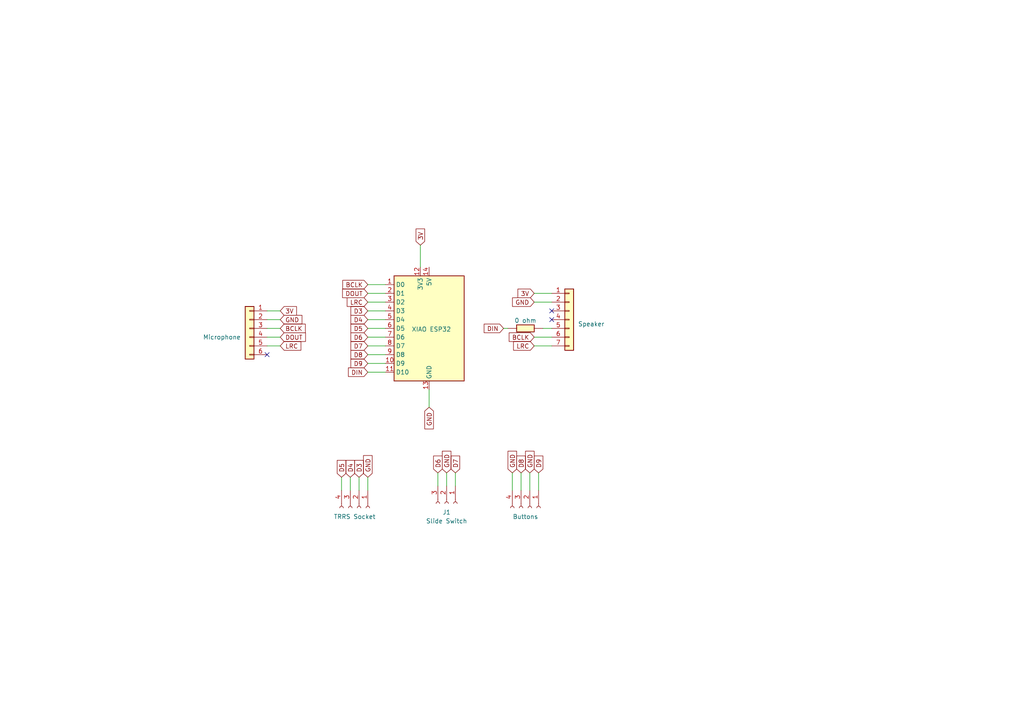
<source format=kicad_sch>
(kicad_sch (version 20250114) (generator "eeschema") (generator_version "9.0")
  (paper "A4")
  (lib_symbols
    (symbol "Connector:Conn_01x03_Socket" (pin_names (offset 1.016) (hide yes))
      (property "Reference" "J" (at 0 5.08 0))
      (property "Value" "Conn_01x03_Socket" (at 0 -5.08 0))
      (symbol "Conn_01x03_Socket_1_1"
        (polyline (pts (xy -1.27 2.54) (xy -0.508 2.54)) (stroke (width 0.1524)))
        (polyline (pts (xy -1.27 0) (xy -0.508 0)) (stroke (width 0.1524)))
        (polyline (pts (xy -1.27 -2.54) (xy -0.508 -2.54)) (stroke (width 0.1524)))
        (arc (start 0 2.032) (mid -0.5058 2.54) (end 0 3.048) (stroke (width 0.1524)))
        (arc (start 0 -0.508) (mid -0.5058 0) (end 0 0.508) (stroke (width 0.1524)))
        (arc (start 0 -3.048) (mid -0.5058 -2.54) (end 0 -2.032) (stroke (width 0.1524)))
        (pin passive line (at -5.08 2.54 0) (length 3.81) (name "Pin_1") (number "1"))
        (pin passive line (at -5.08 0 0) (length 3.81) (name "Pin_2") (number "2"))
        (pin passive line (at -5.08 -2.54 0) (length 3.81) (name "Pin_3") (number "3"))
      )
    )
    (symbol "Connector:Conn_01x04_Socket" (pin_names (offset 1.016) (hide yes))
      (property "Reference" "J" (at 0 5.08 0))
      (property "Value" "Conn_01x04_Socket" (at 0 -7.62 0))
      (symbol "Conn_01x04_Socket_1_1"
        (polyline (pts (xy -1.27 2.54) (xy -0.508 2.54)) (stroke (width 0.1524)))
        (polyline (pts (xy -1.27 0) (xy -0.508 0)) (stroke (width 0.1524)))
        (polyline (pts (xy -1.27 -2.54) (xy -0.508 -2.54)) (stroke (width 0.1524)))
        (polyline (pts (xy -1.27 -5.08) (xy -0.508 -5.08)) (stroke (width 0.1524)))
        (arc (start 0 2.032) (mid -0.5058 2.54) (end 0 3.048) (stroke (width 0.1524)))
        (arc (start 0 -0.508) (mid -0.5058 0) (end 0 0.508) (stroke (width 0.1524)))
        (arc (start 0 -3.048) (mid -0.5058 -2.54) (end 0 -2.032) (stroke (width 0.1524)))
        (arc (start 0 -5.588) (mid -0.5058 -5.08) (end 0 -4.572) (stroke (width 0.1524)))
        (pin passive line (at -5.08 2.54 0) (length 3.81) (name "Pin_1") (number "1"))
        (pin passive line (at -5.08 0 0) (length 3.81) (name "Pin_2") (number "2"))
        (pin passive line (at -5.08 -2.54 0) (length 3.81) (name "Pin_3") (number "3"))
        (pin passive line (at -5.08 -5.08 0) (length 3.81) (name "Pin_4") (number "4"))
      )
    )
    (symbol "Connector_Generic:Conn_01x06" (pin_names (offset 1.016) (hide yes))
      (property "Reference" "J" (at 0 7.62 0))
      (property "Value" "Conn_01x06" (at 0 -10.16 0))
      (symbol "Conn_01x06_1_1"
        (rectangle (start -1.27 6.35) (end 1.27 -8.89) (stroke (width 0.254)) (fill (type background)))
        (rectangle (start -1.27 5.207) (end 0 4.953) (stroke (width 0.1524)))
        (rectangle (start -1.27 2.667) (end 0 2.413) (stroke (width 0.1524)))
        (rectangle (start -1.27 0.127) (end 0 -0.127) (stroke (width 0.1524)))
        (rectangle (start -1.27 -2.413) (end 0 -2.667) (stroke (width 0.1524)))
        (rectangle (start -1.27 -4.953) (end 0 -5.207) (stroke (width 0.1524)))
        (rectangle (start -1.27 -7.493) (end 0 -7.747) (stroke (width 0.1524)))
        (pin passive line (at -5.08 5.08 0) (length 3.81) (name "Pin_1") (number "1"))
        (pin passive line (at -5.08 2.54 0) (length 3.81) (name "Pin_2") (number "2"))
        (pin passive line (at -5.08 0 0) (length 3.81) (name "Pin_3") (number "3"))
        (pin passive line (at -5.08 -2.54 0) (length 3.81) (name "Pin_4") (number "4"))
        (pin passive line (at -5.08 -5.08 0) (length 3.81) (name "Pin_5") (number "5"))
        (pin passive line (at -5.08 -7.62 0) (length 3.81) (name "Pin_6") (number "6"))
      )
    )
    (symbol "Connector_Generic:Conn_01x07" (pin_names (offset 1.016) (hide yes))
      (property "Reference" "J" (at 0 10.16 0))
      (property "Value" "Conn_01x07" (at 0 -10.16 0))
      (symbol "Conn_01x07_1_1"
        (rectangle (start -1.27 8.89) (end 1.27 -8.89) (stroke (width 0.254)) (fill (type background)))
        (rectangle (start -1.27 7.747) (end 0 7.493) (stroke (width 0.1524)))
        (rectangle (start -1.27 5.207) (end 0 4.953) (stroke (width 0.1524)))
        (rectangle (start -1.27 2.667) (end 0 2.413) (stroke (width 0.1524)))
        (rectangle (start -1.27 0.127) (end 0 -0.127) (stroke (width 0.1524)))
        (rectangle (start -1.27 -2.413) (end 0 -2.667) (stroke (width 0.1524)))
        (rectangle (start -1.27 -4.953) (end 0 -5.207) (stroke (width 0.1524)))
        (rectangle (start -1.27 -7.493) (end 0 -7.747) (stroke (width 0.1524)))
        (pin passive line (at -5.08 7.62 0) (length 3.81) (name "Pin_1") (number "1"))
        (pin passive line (at -5.08 5.08 0) (length 3.81) (name "Pin_2") (number "2"))
        (pin passive line (at -5.08 2.54 0) (length 3.81) (name "Pin_3") (number "3"))
        (pin passive line (at -5.08 0 0) (length 3.81) (name "Pin_4") (number "4"))
        (pin passive line (at -5.08 -2.54 0) (length 3.81) (name "Pin_5") (number "5"))
        (pin passive line (at -5.08 -5.08 0) (length 3.81) (name "Pin_6") (number "6"))
        (pin passive line (at -5.08 -7.62 0) (length 3.81) (name "Pin_7") (number "7"))
      )
    )
    (symbol "fab:Module_XIAO_Generic_SocketSMD"
      (property "Reference" "M" (at -10.16 16.51 0))
      (property "Value" "Module_XIAO_Generic_SocketSMD" (at 1.27 16.51 0))
      (symbol "Module_XIAO_Generic_SocketSMD_1_1"
        (rectangle (start -10.16 15.24) (end 10.16 -15.24) (stroke (width 0.254)) (fill (type background)))
        (pin bidirectional line (at -12.7 12.7 0) (length 2.54) (name "D0") (number "1"))
        (pin bidirectional line (at -12.7 10.16 0) (length 2.54) (name "D1") (number "2"))
        (pin bidirectional line (at -12.7 7.62 0) (length 2.54) (name "D2") (number "3"))
        (pin bidirectional line (at -12.7 5.08 0) (length 2.54) (name "D3") (number "4"))
        (pin bidirectional line (at -12.7 2.54 0) (length 2.54) (name "D4") (number "5"))
        (pin bidirectional line (at -12.7 0 0) (length 2.54) (name "D5") (number "6"))
        (pin bidirectional line (at -12.7 -2.54 0) (length 2.54) (name "D6") (number "7"))
        (pin bidirectional line (at -12.7 -5.08 0) (length 2.54) (name "D7") (number "8"))
        (pin bidirectional line (at -12.7 -7.62 0) (length 2.54) (name "D8") (number "9"))
        (pin bidirectional line (at -12.7 -10.16 0) (length 2.54) (name "D9") (number "10"))
        (pin bidirectional line (at -12.7 -12.7 0) (length 2.54) (name "D10") (number "11"))
        (pin power_in line (at -2.54 17.78 270) (length 2.54) (name "3V3") (number "12"))
        (pin power_in line (at 0 17.78 270) (length 2.54) (name "5V") (number "14"))
        (pin power_in line (at 0 -17.78 90) (length 2.54) (name "GND") (number "13"))
      )
    )
    (symbol "fab:R_1206" (pin_numbers (hide yes)) (pin_names (offset 0))
      (property "Reference" "R" (at 2.54 0 90))
      (property "Value" "R_1206" (at -2.54 0 90))
      (symbol "R_1206_0_1"
        (rectangle (start -1.016 -2.54) (end 1.016 2.54) (stroke (width 0.254)) (fill (type background)))
      )
      (symbol "R_1206_1_1"
        (pin passive line (at 0 5.08 270) (length 2.54) (name "~") (number "1"))
        (pin passive line (at 0 -5.08 90) (length 2.54) (name "~") (number "2"))
      )
    )
  )
  (no_connect (at 160.02 90.17))
  (no_connect (at 160.02 92.71))
  (no_connect (at 77.47 102.87))
  (wire (pts (xy 77.47 95.25) (xy 81.28 95.25)))
  (wire (pts (xy 77.47 100.33) (xy 81.28 100.33)))
  (wire (pts (xy 101.6 138.43) (xy 101.6 142.24)))
  (wire (pts (xy 104.14 138.43) (xy 104.14 142.24)))
  (wire (pts (xy 132.08 137.16) (xy 132.08 140.97)))
  (wire (pts (xy 124.46 113.03) (xy 124.46 118.11)))
  (wire (pts (xy 106.68 105.41) (xy 111.76 105.41)))
  (wire (pts (xy 106.68 102.87) (xy 111.76 102.87)))
  (wire (pts (xy 129.54 137.16) (xy 129.54 140.97)))
  (wire (pts (xy 106.68 95.25) (xy 111.76 95.25)))
  (wire (pts (xy 146.05 95.25) (xy 147.32 95.25)))
  (wire (pts (xy 154.94 100.33) (xy 160.02 100.33)))
  (wire (pts (xy 157.48 95.25) (xy 160.02 95.25)))
  (wire (pts (xy 154.94 97.79) (xy 160.02 97.79)))
  (wire (pts (xy 154.94 87.63) (xy 160.02 87.63)))
  (wire (pts (xy 153.67 137.16) (xy 153.67 142.24)))
  (wire (pts (xy 106.68 97.79) (xy 111.76 97.79)))
  (wire (pts (xy 154.94 85.09) (xy 160.02 85.09)))
  (wire (pts (xy 106.68 92.71) (xy 111.76 92.71)))
  (wire (pts (xy 148.59 137.16) (xy 148.59 142.24)))
  (wire (pts (xy 106.68 82.55) (xy 111.76 82.55)))
  (wire (pts (xy 121.92 71.12) (xy 121.92 77.47)))
  (wire (pts (xy 106.68 90.17) (xy 111.76 90.17)))
  (wire (pts (xy 77.47 92.71) (xy 81.28 92.71)))
  (wire (pts (xy 99.06 138.43) (xy 99.06 142.24)))
  (wire (pts (xy 77.47 97.79) (xy 81.28 97.79)))
  (wire (pts (xy 156.21 137.16) (xy 156.21 142.24)))
  (wire (pts (xy 106.68 100.33) (xy 111.76 100.33)))
  (wire (pts (xy 127 137.16) (xy 127 140.97)))
  (wire (pts (xy 106.68 107.95) (xy 111.76 107.95)))
  (wire (pts (xy 106.68 87.63) (xy 111.76 87.63)))
  (wire (pts (xy 151.13 137.16) (xy 151.13 142.24)))
  (wire (pts (xy 106.68 85.09) (xy 111.76 85.09)))
  (wire (pts (xy 77.47 90.17) (xy 81.28 90.17)))
  (wire (pts (xy 106.68 138.43) (xy 106.68 142.24)))
  (global_label "3V" (shape input) (at 81.28 90.17 0) (property "Intersheetrefs" "${INTERSHEET_REFS}" (effects (hide yes))))
  (global_label "D4" (shape input) (at 101.6 138.43 90) (property "Intersheetrefs" "${INTERSHEET_REFS}" (effects (hide yes))))
  (global_label "GND" (shape input) (at 153.67 137.16 90) (property "Intersheetrefs" "${INTERSHEET_REFS}" (effects (hide yes))))
  (global_label "DIN" (shape input) (at 146.05 95.25 180) (property "Intersheetrefs" "${INTERSHEET_REFS}" (effects (hide yes))))
  (global_label "D9" (shape input) (at 106.68 105.41 180) (property "Intersheetrefs" "${INTERSHEET_REFS}" (effects (hide yes))))
  (global_label "GND" (shape input) (at 81.28 92.71 0) (property "Intersheetrefs" "${INTERSHEET_REFS}" (effects (hide yes))))
  (global_label "GND" (shape input) (at 106.68 138.43 90) (property "Intersheetrefs" "${INTERSHEET_REFS}" (effects (hide yes))))
  (global_label "D9" (shape input) (at 156.21 137.16 90) (property "Intersheetrefs" "${INTERSHEET_REFS}" (effects (hide yes))))
  (global_label "3V" (shape input) (at 121.92 71.12 90) (property "Intersheetrefs" "${INTERSHEET_REFS}" (effects (hide yes))))
  (global_label "D6" (shape input) (at 127 137.16 90) (property "Intersheetrefs" "${INTERSHEET_REFS}" (effects (hide yes))))
  (global_label "D8" (shape input) (at 151.13 137.16 90) (property "Intersheetrefs" "${INTERSHEET_REFS}" (effects (hide yes))))
  (global_label "GND" (shape input) (at 124.46 118.11 270) (property "Intersheetrefs" "${INTERSHEET_REFS}" (effects (hide yes))))
  (global_label "D7" (shape input) (at 106.68 100.33 180) (property "Intersheetrefs" "${INTERSHEET_REFS}" (effects (hide yes))))
  (global_label "LRC" (shape input) (at 106.68 87.63 180) (property "Intersheetrefs" "${INTERSHEET_REFS}" (effects (hide yes))))
  (global_label "D5" (shape input) (at 106.68 95.25 180) (property "Intersheetrefs" "${INTERSHEET_REFS}" (effects (hide yes))))
  (global_label "3V" (shape input) (at 154.94 85.09 180) (property "Intersheetrefs" "${INTERSHEET_REFS}" (effects (hide yes))))
  (global_label "DIN" (shape input) (at 106.68 107.95 180) (property "Intersheetrefs" "${INTERSHEET_REFS}" (effects (hide yes))))
  (global_label "D3" (shape input) (at 106.68 90.17 180) (property "Intersheetrefs" "${INTERSHEET_REFS}" (effects (hide yes))))
  (global_label "GND" (shape input) (at 129.54 137.16 90) (property "Intersheetrefs" "${INTERSHEET_REFS}" (effects (hide yes))))
  (global_label "DOUT" (shape input) (at 81.28 97.79 0) (property "Intersheetrefs" "${INTERSHEET_REFS}" (effects (hide yes))))
  (global_label "BCLK" (shape input) (at 154.94 97.79 180) (property "Intersheetrefs" "${INTERSHEET_REFS}" (effects (hide yes))))
  (global_label "LRC" (shape input) (at 81.28 100.33 0) (property "Intersheetrefs" "${INTERSHEET_REFS}" (effects (hide yes))))
  (global_label "GND" (shape input) (at 154.94 87.63 180) (property "Intersheetrefs" "${INTERSHEET_REFS}" (effects (hide yes))))
  (global_label "GND" (shape input) (at 148.59 137.16 90) (property "Intersheetrefs" "${INTERSHEET_REFS}" (effects (hide yes))))
  (global_label "BCLK" (shape input) (at 106.68 82.55 180) (property "Intersheetrefs" "${INTERSHEET_REFS}" (effects (hide yes))))
  (global_label "D3" (shape input) (at 104.14 138.43 90) (property "Intersheetrefs" "${INTERSHEET_REFS}" (effects (hide yes))))
  (global_label "DOUT" (shape input) (at 106.68 85.09 180) (property "Intersheetrefs" "${INTERSHEET_REFS}" (effects (hide yes))))
  (global_label "D7" (shape input) (at 132.08 137.16 90) (property "Intersheetrefs" "${INTERSHEET_REFS}" (effects (hide yes))))
  (global_label "D5" (shape input) (at 99.06 138.43 90) (property "Intersheetrefs" "${INTERSHEET_REFS}" (effects (hide yes))))
  (global_label "BCLK" (shape input) (at 81.28 95.25 0) (property "Intersheetrefs" "${INTERSHEET_REFS}" (effects (hide yes))))
  (global_label "D8" (shape input) (at 106.68 102.87 180) (property "Intersheetrefs" "${INTERSHEET_REFS}" (effects (hide yes))))
  (global_label "LRC" (shape input) (at 154.94 100.33 180) (property "Intersheetrefs" "${INTERSHEET_REFS}" (effects (hide yes))))
  (global_label "D6" (shape input) (at 106.68 97.79 180) (property "Intersheetrefs" "${INTERSHEET_REFS}" (effects (hide yes))))
  (global_label "D4" (shape input) (at 106.68 92.71 180) (property "Intersheetrefs" "${INTERSHEET_REFS}" (effects (hide yes))))
  (symbol (lib_id "Connector:Conn_01x04_Socket") (at 153.67 147.32 270) (unit 1)
    (property "Reference" "J3" (effects (hide yes)))
    (property "Value" "Buttons" (at 152.4 149.86 90))
    (property "Footprint" "Connector_PinSocket_2.54mm:PinSocket_1x04_P2.54mm_Vertical" (effects (hide yes)))
    (property "Description" "Generic connector, single row, 01x04, script generated" (effects (hide yes)))
  )
  (symbol (lib_id "fab:Module_XIAO_Generic_SocketSMD") (at 124.46 95.25 0) (unit 1)
    (property "Reference" "M1" (effects (hide yes)))
    (property "Value" "XIAO ESP32" (at 119.38 95.504 0) (effects (justify left)))
    (property "Footprint" "fab:Module_XIAO_Generic_SocketSMD" (effects (hide yes)))
    (property "Datasheet" "https://wiki.seeedstudio.com/xiao_topic_page/" (effects (hide yes)))
    (property "Description" "The Seeed Studio XIAO series, named after the Chinese word for \"small,\" comprises tiny development boards based on various hardware platforms of ESP32, SAMD21, RP2040, nRF52840, RP2350 and RA4M1, MG24" (effects (hide yes)))
  )
  (symbol (lib_id "fab:R_1206") (at 152.4 95.25 90) (unit 1)
    (property "Reference" "R1" (effects (hide yes)))
    (property "Value" "0 ohm" (at 152.4 92.964 90))
    (property "Footprint" "fab:R_1206" (effects (hide yes)))
    (property "Description" "Resistor" (effects (hide yes)))
  )
  (symbol (lib_id "Connector:Conn_01x04_Socket") (at 104.14 147.32 270) (unit 1)
    (property "Reference" "J8" (effects (hide yes)))
    (property "Value" "TRRS Socket" (at 102.87 149.86 90))
    (property "Footprint" "Connector_PinSocket_2.54mm:PinSocket_1x04_P2.54mm_Vertical" (effects (hide yes)))
    (property "Description" "Generic connector, single row, 01x04, script generated" (effects (hide yes)))
  )
  (symbol (lib_id "Connector_Generic:Conn_01x07") (at 165.1 92.71 0) (unit 1)
    (property "Reference" "J4" (effects (hide yes)))
    (property "Value" "Speaker" (at 167.64 93.9799 0) (effects (justify left)))
    (property "Footprint" "Connector_PinSocket_2.54mm:PinSocket_1x07_P2.54mm_Vertical" (effects (hide yes)))
    (property "Description" "Generic connector, single row, 01x07, script generated (kicad-library-utils/schlib/autogen/connector/)" (effects (hide yes)))
  )
  (symbol (lib_id "Connector:Conn_01x03_Socket") (at 129.54 146.05 270) (unit 1)
    (property "Reference" "J1" (at 129.54 148.59 90))
    (property "Value" "Slide Switch" (at 129.54 151.13 90))
    (property "Footprint" "Connector_PinSocket_2.54mm:PinSocket_1x03_P2.54mm_Vertical" (effects (hide yes)))
    (property "Description" "Generic connector, single row, 01x03, script generated" (effects (hide yes)))
  )
  (symbol (lib_id "Connector_Generic:Conn_01x06") (at 72.39 95.25 0) (mirror y) (unit 1)
    (property "Reference" "J2" (effects (hide yes)))
    (property "Value" "Microphone" (at 69.85 97.7899 0) (effects (justify left)))
    (property "Footprint" "Connector_PinSocket_2.54mm:PinSocket_1x06_P2.54mm_Vertical" (effects (hide yes)))
    (property "Description" "Generic connector, single row, 01x06, script generated (kicad-library-utils/schlib/autogen/connector/)" (effects (hide yes)))
  )
)
</source>
